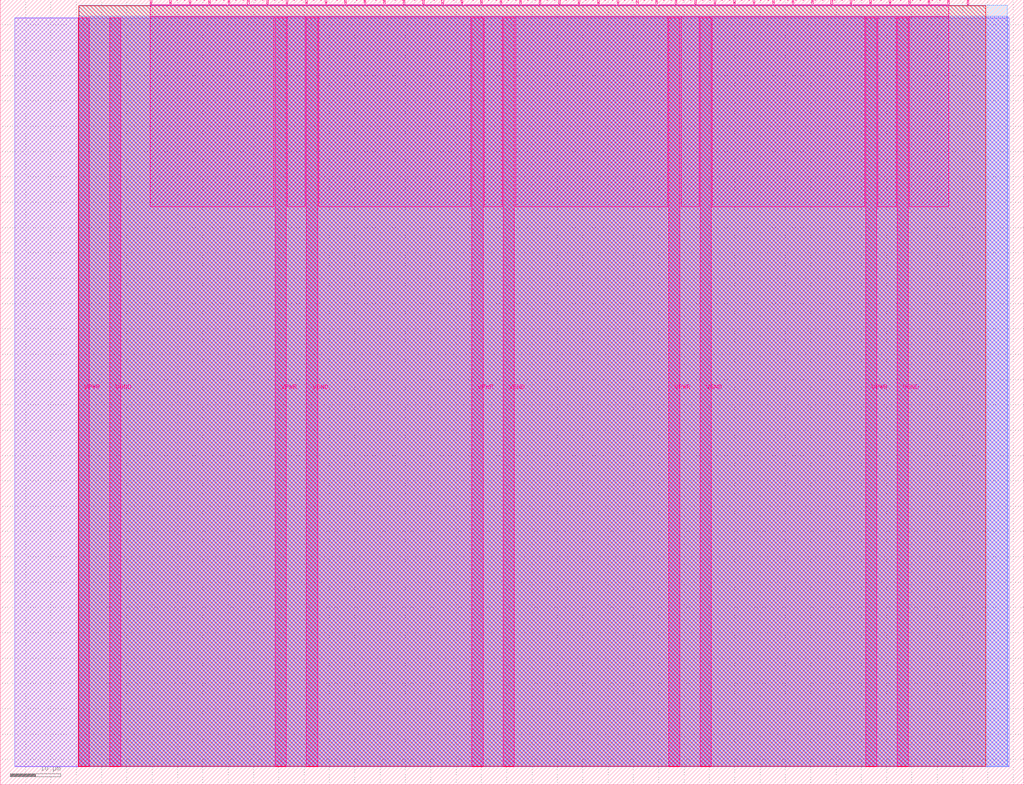
<source format=lef>
VERSION 5.7 ;
  NOWIREEXTENSIONATPIN ON ;
  DIVIDERCHAR "/" ;
  BUSBITCHARS "[]" ;
MACRO tt_um_htfab_checkers
  CLASS BLOCK ;
  FOREIGN tt_um_htfab_checkers ;
  ORIGIN 0.000 0.000 ;
  SIZE 202.080 BY 154.980 ;
  PIN VGND
    DIRECTION INOUT ;
    USE GROUND ;
    PORT
      LAYER Metal5 ;
        RECT 21.580 3.560 23.780 151.420 ;
    END
    PORT
      LAYER Metal5 ;
        RECT 60.450 3.560 62.650 151.420 ;
    END
    PORT
      LAYER Metal5 ;
        RECT 99.320 3.560 101.520 151.420 ;
    END
    PORT
      LAYER Metal5 ;
        RECT 138.190 3.560 140.390 151.420 ;
    END
    PORT
      LAYER Metal5 ;
        RECT 177.060 3.560 179.260 151.420 ;
    END
  END VGND
  PIN VPWR
    DIRECTION INOUT ;
    USE POWER ;
    PORT
      LAYER Metal5 ;
        RECT 15.380 3.560 17.580 151.420 ;
    END
    PORT
      LAYER Metal5 ;
        RECT 54.250 3.560 56.450 151.420 ;
    END
    PORT
      LAYER Metal5 ;
        RECT 93.120 3.560 95.320 151.420 ;
    END
    PORT
      LAYER Metal5 ;
        RECT 131.990 3.560 134.190 151.420 ;
    END
    PORT
      LAYER Metal5 ;
        RECT 170.860 3.560 173.060 151.420 ;
    END
  END VPWR
  PIN clk
    DIRECTION INPUT ;
    USE SIGNAL ;
    ANTENNAGATEAREA 0.213200 ;
    PORT
      LAYER Metal5 ;
        RECT 187.050 153.980 187.350 154.980 ;
    END
  END clk
  PIN ena
    DIRECTION INPUT ;
    USE SIGNAL ;
    PORT
      LAYER Metal5 ;
        RECT 190.890 153.980 191.190 154.980 ;
    END
  END ena
  PIN rst_n
    DIRECTION INPUT ;
    USE SIGNAL ;
    ANTENNAGATEAREA 0.314600 ;
    PORT
      LAYER Metal5 ;
        RECT 183.210 153.980 183.510 154.980 ;
    END
  END rst_n
  PIN ui_in[0]
    DIRECTION INPUT ;
    USE SIGNAL ;
    ANTENNAGATEAREA 0.213200 ;
    PORT
      LAYER Metal5 ;
        RECT 179.370 153.980 179.670 154.980 ;
    END
  END ui_in[0]
  PIN ui_in[1]
    DIRECTION INPUT ;
    USE SIGNAL ;
    ANTENNAGATEAREA 0.180700 ;
    PORT
      LAYER Metal5 ;
        RECT 175.530 153.980 175.830 154.980 ;
    END
  END ui_in[1]
  PIN ui_in[2]
    DIRECTION INPUT ;
    USE SIGNAL ;
    ANTENNAGATEAREA 0.180700 ;
    PORT
      LAYER Metal5 ;
        RECT 171.690 153.980 171.990 154.980 ;
    END
  END ui_in[2]
  PIN ui_in[3]
    DIRECTION INPUT ;
    USE SIGNAL ;
    ANTENNAGATEAREA 0.180700 ;
    PORT
      LAYER Metal5 ;
        RECT 167.850 153.980 168.150 154.980 ;
    END
  END ui_in[3]
  PIN ui_in[4]
    DIRECTION INPUT ;
    USE SIGNAL ;
    ANTENNAGATEAREA 0.180700 ;
    PORT
      LAYER Metal5 ;
        RECT 164.010 153.980 164.310 154.980 ;
    END
  END ui_in[4]
  PIN ui_in[5]
    DIRECTION INPUT ;
    USE SIGNAL ;
    ANTENNAGATEAREA 0.180700 ;
    PORT
      LAYER Metal5 ;
        RECT 160.170 153.980 160.470 154.980 ;
    END
  END ui_in[5]
  PIN ui_in[6]
    DIRECTION INPUT ;
    USE SIGNAL ;
    ANTENNAGATEAREA 0.180700 ;
    PORT
      LAYER Metal5 ;
        RECT 156.330 153.980 156.630 154.980 ;
    END
  END ui_in[6]
  PIN ui_in[7]
    DIRECTION INPUT ;
    USE SIGNAL ;
    ANTENNAGATEAREA 0.180700 ;
    PORT
      LAYER Metal5 ;
        RECT 152.490 153.980 152.790 154.980 ;
    END
  END ui_in[7]
  PIN uio_in[0]
    DIRECTION INPUT ;
    USE SIGNAL ;
    PORT
      LAYER Metal5 ;
        RECT 148.650 153.980 148.950 154.980 ;
    END
  END uio_in[0]
  PIN uio_in[1]
    DIRECTION INPUT ;
    USE SIGNAL ;
    PORT
      LAYER Metal5 ;
        RECT 144.810 153.980 145.110 154.980 ;
    END
  END uio_in[1]
  PIN uio_in[2]
    DIRECTION INPUT ;
    USE SIGNAL ;
    PORT
      LAYER Metal5 ;
        RECT 140.970 153.980 141.270 154.980 ;
    END
  END uio_in[2]
  PIN uio_in[3]
    DIRECTION INPUT ;
    USE SIGNAL ;
    PORT
      LAYER Metal5 ;
        RECT 137.130 153.980 137.430 154.980 ;
    END
  END uio_in[3]
  PIN uio_in[4]
    DIRECTION INPUT ;
    USE SIGNAL ;
    PORT
      LAYER Metal5 ;
        RECT 133.290 153.980 133.590 154.980 ;
    END
  END uio_in[4]
  PIN uio_in[5]
    DIRECTION INPUT ;
    USE SIGNAL ;
    PORT
      LAYER Metal5 ;
        RECT 129.450 153.980 129.750 154.980 ;
    END
  END uio_in[5]
  PIN uio_in[6]
    DIRECTION INPUT ;
    USE SIGNAL ;
    PORT
      LAYER Metal5 ;
        RECT 125.610 153.980 125.910 154.980 ;
    END
  END uio_in[6]
  PIN uio_in[7]
    DIRECTION INPUT ;
    USE SIGNAL ;
    PORT
      LAYER Metal5 ;
        RECT 121.770 153.980 122.070 154.980 ;
    END
  END uio_in[7]
  PIN uio_oe[0]
    DIRECTION OUTPUT ;
    USE SIGNAL ;
    ANTENNADIFFAREA 0.299200 ;
    PORT
      LAYER Metal5 ;
        RECT 56.490 153.980 56.790 154.980 ;
    END
  END uio_oe[0]
  PIN uio_oe[1]
    DIRECTION OUTPUT ;
    USE SIGNAL ;
    ANTENNADIFFAREA 0.299200 ;
    PORT
      LAYER Metal5 ;
        RECT 52.650 153.980 52.950 154.980 ;
    END
  END uio_oe[1]
  PIN uio_oe[2]
    DIRECTION OUTPUT ;
    USE SIGNAL ;
    ANTENNADIFFAREA 0.299200 ;
    PORT
      LAYER Metal5 ;
        RECT 48.810 153.980 49.110 154.980 ;
    END
  END uio_oe[2]
  PIN uio_oe[3]
    DIRECTION OUTPUT ;
    USE SIGNAL ;
    ANTENNADIFFAREA 0.299200 ;
    PORT
      LAYER Metal5 ;
        RECT 44.970 153.980 45.270 154.980 ;
    END
  END uio_oe[3]
  PIN uio_oe[4]
    DIRECTION OUTPUT ;
    USE SIGNAL ;
    ANTENNADIFFAREA 0.299200 ;
    PORT
      LAYER Metal5 ;
        RECT 41.130 153.980 41.430 154.980 ;
    END
  END uio_oe[4]
  PIN uio_oe[5]
    DIRECTION OUTPUT ;
    USE SIGNAL ;
    ANTENNADIFFAREA 0.299200 ;
    PORT
      LAYER Metal5 ;
        RECT 37.290 153.980 37.590 154.980 ;
    END
  END uio_oe[5]
  PIN uio_oe[6]
    DIRECTION OUTPUT ;
    USE SIGNAL ;
    ANTENNADIFFAREA 0.299200 ;
    PORT
      LAYER Metal5 ;
        RECT 33.450 153.980 33.750 154.980 ;
    END
  END uio_oe[6]
  PIN uio_oe[7]
    DIRECTION OUTPUT ;
    USE SIGNAL ;
    ANTENNADIFFAREA 0.299200 ;
    PORT
      LAYER Metal5 ;
        RECT 29.610 153.980 29.910 154.980 ;
    END
  END uio_oe[7]
  PIN uio_out[0]
    DIRECTION OUTPUT ;
    USE SIGNAL ;
    ANTENNADIFFAREA 0.299200 ;
    PORT
      LAYER Metal5 ;
        RECT 87.210 153.980 87.510 154.980 ;
    END
  END uio_out[0]
  PIN uio_out[1]
    DIRECTION OUTPUT ;
    USE SIGNAL ;
    ANTENNADIFFAREA 0.299200 ;
    PORT
      LAYER Metal5 ;
        RECT 83.370 153.980 83.670 154.980 ;
    END
  END uio_out[1]
  PIN uio_out[2]
    DIRECTION OUTPUT ;
    USE SIGNAL ;
    ANTENNADIFFAREA 0.299200 ;
    PORT
      LAYER Metal5 ;
        RECT 79.530 153.980 79.830 154.980 ;
    END
  END uio_out[2]
  PIN uio_out[3]
    DIRECTION OUTPUT ;
    USE SIGNAL ;
    ANTENNADIFFAREA 0.299200 ;
    PORT
      LAYER Metal5 ;
        RECT 75.690 153.980 75.990 154.980 ;
    END
  END uio_out[3]
  PIN uio_out[4]
    DIRECTION OUTPUT ;
    USE SIGNAL ;
    ANTENNADIFFAREA 0.299200 ;
    PORT
      LAYER Metal5 ;
        RECT 71.850 153.980 72.150 154.980 ;
    END
  END uio_out[4]
  PIN uio_out[5]
    DIRECTION OUTPUT ;
    USE SIGNAL ;
    ANTENNADIFFAREA 0.299200 ;
    PORT
      LAYER Metal5 ;
        RECT 68.010 153.980 68.310 154.980 ;
    END
  END uio_out[5]
  PIN uio_out[6]
    DIRECTION OUTPUT ;
    USE SIGNAL ;
    ANTENNADIFFAREA 0.299200 ;
    PORT
      LAYER Metal5 ;
        RECT 64.170 153.980 64.470 154.980 ;
    END
  END uio_out[6]
  PIN uio_out[7]
    DIRECTION OUTPUT ;
    USE SIGNAL ;
    ANTENNADIFFAREA 0.299200 ;
    PORT
      LAYER Metal5 ;
        RECT 60.330 153.980 60.630 154.980 ;
    END
  END uio_out[7]
  PIN uo_out[0]
    DIRECTION OUTPUT ;
    USE SIGNAL ;
    ANTENNADIFFAREA 0.662000 ;
    PORT
      LAYER Metal5 ;
        RECT 117.930 153.980 118.230 154.980 ;
    END
  END uo_out[0]
  PIN uo_out[1]
    DIRECTION OUTPUT ;
    USE SIGNAL ;
    ANTENNADIFFAREA 0.662000 ;
    PORT
      LAYER Metal5 ;
        RECT 114.090 153.980 114.390 154.980 ;
    END
  END uo_out[1]
  PIN uo_out[2]
    DIRECTION OUTPUT ;
    USE SIGNAL ;
    ANTENNADIFFAREA 0.662000 ;
    PORT
      LAYER Metal5 ;
        RECT 110.250 153.980 110.550 154.980 ;
    END
  END uo_out[2]
  PIN uo_out[3]
    DIRECTION OUTPUT ;
    USE SIGNAL ;
    ANTENNADIFFAREA 0.654800 ;
    PORT
      LAYER Metal5 ;
        RECT 106.410 153.980 106.710 154.980 ;
    END
  END uo_out[3]
  PIN uo_out[4]
    DIRECTION OUTPUT ;
    USE SIGNAL ;
    ANTENNADIFFAREA 1.135600 ;
    PORT
      LAYER Metal5 ;
        RECT 102.570 153.980 102.870 154.980 ;
    END
  END uo_out[4]
  PIN uo_out[5]
    DIRECTION OUTPUT ;
    USE SIGNAL ;
    ANTENNADIFFAREA 1.135600 ;
    PORT
      LAYER Metal5 ;
        RECT 98.730 153.980 99.030 154.980 ;
    END
  END uo_out[5]
  PIN uo_out[6]
    DIRECTION OUTPUT ;
    USE SIGNAL ;
    ANTENNADIFFAREA 1.135600 ;
    PORT
      LAYER Metal5 ;
        RECT 94.890 153.980 95.190 154.980 ;
    END
  END uo_out[6]
  PIN uo_out[7]
    DIRECTION OUTPUT ;
    USE SIGNAL ;
    ANTENNADIFFAREA 0.654800 ;
    PORT
      LAYER Metal5 ;
        RECT 91.050 153.980 91.350 154.980 ;
    END
  END uo_out[7]
  OBS
      LAYER GatPoly ;
        RECT 2.880 3.630 199.200 151.350 ;
      LAYER Metal1 ;
        RECT 2.880 3.560 199.200 151.420 ;
      LAYER Metal2 ;
        RECT 15.515 3.680 198.865 151.720 ;
      LAYER Metal3 ;
        RECT 15.560 3.635 198.820 153.865 ;
      LAYER Metal4 ;
        RECT 15.515 3.680 194.545 153.820 ;
      LAYER Metal5 ;
        RECT 30.120 153.770 33.240 153.980 ;
        RECT 33.960 153.770 37.080 153.980 ;
        RECT 37.800 153.770 40.920 153.980 ;
        RECT 41.640 153.770 44.760 153.980 ;
        RECT 45.480 153.770 48.600 153.980 ;
        RECT 49.320 153.770 52.440 153.980 ;
        RECT 53.160 153.770 56.280 153.980 ;
        RECT 57.000 153.770 60.120 153.980 ;
        RECT 60.840 153.770 63.960 153.980 ;
        RECT 64.680 153.770 67.800 153.980 ;
        RECT 68.520 153.770 71.640 153.980 ;
        RECT 72.360 153.770 75.480 153.980 ;
        RECT 76.200 153.770 79.320 153.980 ;
        RECT 80.040 153.770 83.160 153.980 ;
        RECT 83.880 153.770 87.000 153.980 ;
        RECT 87.720 153.770 90.840 153.980 ;
        RECT 91.560 153.770 94.680 153.980 ;
        RECT 95.400 153.770 98.520 153.980 ;
        RECT 99.240 153.770 102.360 153.980 ;
        RECT 103.080 153.770 106.200 153.980 ;
        RECT 106.920 153.770 110.040 153.980 ;
        RECT 110.760 153.770 113.880 153.980 ;
        RECT 114.600 153.770 117.720 153.980 ;
        RECT 118.440 153.770 121.560 153.980 ;
        RECT 122.280 153.770 125.400 153.980 ;
        RECT 126.120 153.770 129.240 153.980 ;
        RECT 129.960 153.770 133.080 153.980 ;
        RECT 133.800 153.770 136.920 153.980 ;
        RECT 137.640 153.770 140.760 153.980 ;
        RECT 141.480 153.770 144.600 153.980 ;
        RECT 145.320 153.770 148.440 153.980 ;
        RECT 149.160 153.770 152.280 153.980 ;
        RECT 153.000 153.770 156.120 153.980 ;
        RECT 156.840 153.770 159.960 153.980 ;
        RECT 160.680 153.770 163.800 153.980 ;
        RECT 164.520 153.770 167.640 153.980 ;
        RECT 168.360 153.770 171.480 153.980 ;
        RECT 172.200 153.770 175.320 153.980 ;
        RECT 176.040 153.770 179.160 153.980 ;
        RECT 179.880 153.770 183.000 153.980 ;
        RECT 183.720 153.770 186.840 153.980 ;
        RECT 29.660 151.630 187.300 153.770 ;
        RECT 29.660 114.095 54.040 151.630 ;
        RECT 56.660 114.095 60.240 151.630 ;
        RECT 62.860 114.095 92.910 151.630 ;
        RECT 95.530 114.095 99.110 151.630 ;
        RECT 101.730 114.095 131.780 151.630 ;
        RECT 134.400 114.095 137.980 151.630 ;
        RECT 140.600 114.095 170.650 151.630 ;
        RECT 173.270 114.095 176.850 151.630 ;
        RECT 179.470 114.095 187.300 151.630 ;
  END
END tt_um_htfab_checkers
END LIBRARY


</source>
